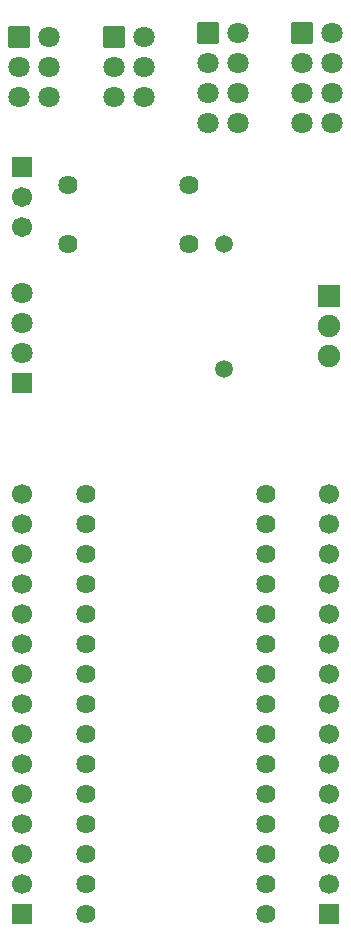
<source format=gbs>
G04 Layer: BottomSolderMaskLayer*
G04 EasyEDA v6.5.39, 2024-01-29 12:40:10*
G04 1567c4b6a1884de9a48abf35515e7f19,8c112253a0c947cbb1dd5c82d68696a1,10*
G04 Gerber Generator version 0.2*
G04 Scale: 100 percent, Rotated: No, Reflected: No *
G04 Dimensions in millimeters *
G04 leading zeros omitted , absolute positions ,4 integer and 5 decimal *
%FSLAX45Y45*%
%MOMM*%

%AMMACRO1*1,1,$1,$2,$3*1,1,$1,$4,$5*1,1,$1,0-$2,0-$3*1,1,$1,0-$4,0-$5*20,1,$1,$2,$3,$4,$5,0*20,1,$1,$4,$5,0-$2,0-$3,0*20,1,$1,0-$2,0-$3,0-$4,0-$5,0*20,1,$1,0-$4,0-$5,$2,$3,0*4,1,4,$2,$3,$4,$5,0-$2,0-$3,0-$4,0-$5,$2,$3,0*%
%ADD10MACRO1,0.1016X0.8499X0.8499X0.8499X-0.8499*%
%ADD11C,1.8016*%
%ADD12R,1.7016X1.7016*%
%ADD13C,1.7016*%
%ADD14R,1.8016X1.8016*%
%ADD15R,1.7000X1.7000*%
%ADD16C,1.7000*%
%ADD17C,1.5016*%
%ADD18C,1.6256*%
%ADD19C,1.9016*%
%ADD20MACRO1,0.1016X0.9X0.9X0.9X-0.9*%

%LPD*%
D10*
G01*
X2872994Y8280984D03*
D11*
G01*
X3126993Y8280984D03*
G01*
X2872993Y8026984D03*
G01*
X3126993Y8026984D03*
G01*
X2872993Y7772984D03*
G01*
X3126993Y7772984D03*
G01*
X2872993Y7518984D03*
G01*
X3126993Y7518984D03*
D10*
G01*
X2072995Y8280984D03*
D11*
G01*
X2326995Y8280984D03*
G01*
X2072995Y8026984D03*
G01*
X2326995Y8026984D03*
G01*
X2072995Y7772984D03*
G01*
X2326995Y7772984D03*
G01*
X2072995Y7518984D03*
G01*
X2326995Y7518984D03*
D12*
G01*
X499998Y7153986D03*
D13*
G01*
X499998Y6899986D03*
G01*
X499998Y6645986D03*
D14*
G01*
X499998Y5318988D03*
D11*
G01*
X499998Y5572988D03*
G01*
X499998Y5826988D03*
G01*
X499998Y6080988D03*
D15*
G01*
X3099993Y821994D03*
D16*
G01*
X3099993Y1075994D03*
G01*
X3099993Y1329994D03*
G01*
X3099993Y1583994D03*
G01*
X3099993Y1837994D03*
G01*
X3099993Y2091994D03*
G01*
X3099993Y2345994D03*
G01*
X3099993Y2599994D03*
G01*
X3099993Y2853994D03*
G01*
X3099993Y3107994D03*
G01*
X3099993Y3361994D03*
G01*
X3099993Y3615994D03*
G01*
X3099993Y3869994D03*
G01*
X3099993Y4123994D03*
G01*
X3099993Y4377994D03*
D15*
G01*
X499998Y821994D03*
D16*
G01*
X499998Y1075994D03*
G01*
X499998Y1329994D03*
G01*
X499998Y1583994D03*
G01*
X499998Y1837994D03*
G01*
X499998Y2091994D03*
G01*
X499998Y2345994D03*
G01*
X499998Y2599994D03*
G01*
X499998Y2853994D03*
G01*
X499998Y3107994D03*
G01*
X499998Y3361994D03*
G01*
X499998Y3615994D03*
G01*
X499998Y3869994D03*
G01*
X499998Y4123994D03*
G01*
X499998Y4377994D03*
D10*
G01*
X1272997Y8253984D03*
D11*
G01*
X1526997Y8253958D03*
G01*
X1272997Y7999958D03*
G01*
X1526997Y7999958D03*
G01*
X1272997Y7745958D03*
G01*
X1526997Y7745958D03*
D10*
G01*
X472998Y8253984D03*
D11*
G01*
X726998Y8253958D03*
G01*
X472998Y7999958D03*
G01*
X726998Y7999958D03*
G01*
X472998Y7745958D03*
G01*
X726998Y7745958D03*
D17*
G01*
X2209800Y5444007D03*
G01*
X2209800Y6493992D03*
D18*
G01*
X1915007Y6999986D03*
G01*
X884986Y6999986D03*
G01*
X1915007Y6499987D03*
G01*
X884986Y6499987D03*
G01*
X2561996Y821994D03*
G01*
X2561996Y1075994D03*
G01*
X2561996Y1329994D03*
G01*
X2561996Y1583994D03*
G01*
X2561996Y1837994D03*
G01*
X2561996Y2091994D03*
G01*
X2561996Y2345994D03*
G01*
X2561996Y2599994D03*
G01*
X2561996Y2853994D03*
G01*
X2561996Y3107994D03*
G01*
X2561996Y3361994D03*
G01*
X2561996Y3615994D03*
G01*
X2561996Y3869994D03*
G01*
X2561996Y4123994D03*
G01*
X2561996Y4377994D03*
G01*
X1037996Y4377994D03*
G01*
X1037996Y4123994D03*
G01*
X1037996Y3869994D03*
G01*
X1037996Y3615994D03*
G01*
X1037996Y3361994D03*
G01*
X1037996Y3107994D03*
G01*
X1037996Y2853994D03*
G01*
X1037996Y2599994D03*
G01*
X1037996Y2345994D03*
G01*
X1037996Y2091994D03*
G01*
X1037996Y1837994D03*
G01*
X1037996Y1583994D03*
G01*
X1037996Y1329994D03*
G01*
X1037996Y1075994D03*
G01*
X1037996Y821994D03*
D19*
G01*
X3099993Y5545988D03*
G01*
X3099993Y5799988D03*
D20*
G01*
X3099993Y6053988D03*
M02*

</source>
